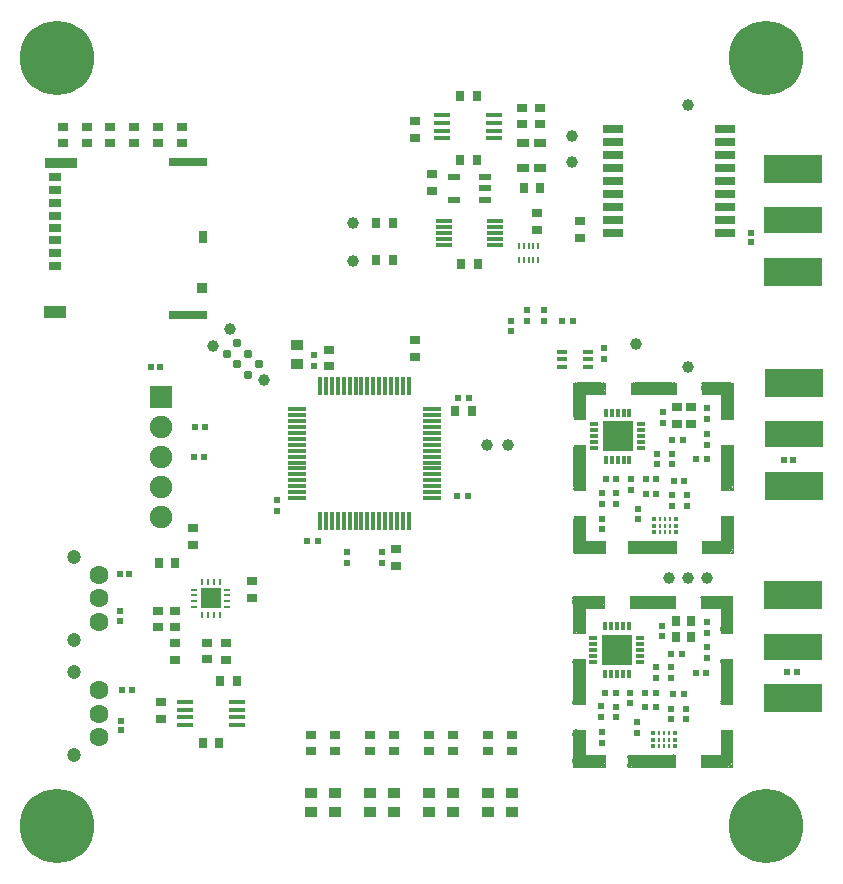
<source format=gts>
G04 #@! TF.GenerationSoftware,KiCad,Pcbnew,no-vcs-found-feba091~58~ubuntu16.04.1*
G04 #@! TF.CreationDate,2017-06-30T15:09:59+01:00*
G04 #@! TF.ProjectId,TOAD,544F41442E6B696361645F7063620000,rev?*
G04 #@! TF.FileFunction,Soldermask,Top*
G04 #@! TF.FilePolarity,Negative*
%FSLAX46Y46*%
G04 Gerber Fmt 4.6, Leading zero omitted, Abs format (unit mm)*
G04 Created by KiCad (PCBNEW no-vcs-found-feba091~58~ubuntu16.04.1) date Fri Jun 30 15:09:59 2017*
%MOMM*%
%LPD*%
G01*
G04 APERTURE LIST*
%ADD10C,0.100000*%
%ADD11C,1.000000*%
%ADD12C,0.150000*%
%ADD13R,0.620000X0.620000*%
%ADD14R,1.800000X0.700000*%
%ADD15R,0.900000X0.750000*%
%ADD16R,0.750000X0.900000*%
%ADD17R,1.000000X0.950000*%
%ADD18R,0.520000X0.520000*%
%ADD19R,0.300000X1.500000*%
%ADD20R,1.500000X0.300000*%
%ADD21R,2.602000X2.602000*%
%ADD22R,0.750000X0.300000*%
%ADD23R,0.300000X0.750000*%
%ADD24R,0.950000X0.400000*%
%ADD25R,0.252000X0.301000*%
%ADD26R,0.300000X0.300000*%
%ADD27R,1.450000X0.450000*%
%ADD28R,1.702000X1.702000*%
%ADD29R,0.250000X0.600000*%
%ADD30R,0.600000X0.250000*%
%ADD31R,1.100000X0.600000*%
%ADD32R,1.450000X0.300000*%
%ADD33R,0.200000X0.600000*%
%ADD34R,1.900000X1.900000*%
%ADD35C,1.900000*%
%ADD36C,1.600000*%
%ADD37C,1.200000*%
%ADD38R,5.000000X2.400000*%
%ADD39R,5.000000X2.300000*%
%ADD40C,1.000000*%
%ADD41C,0.787000*%
%ADD42R,1.100000X0.700000*%
%ADD43R,1.830000X1.140000*%
%ADD44R,2.800000X0.860000*%
%ADD45R,3.330000X0.700000*%
%ADD46R,0.930000X0.900000*%
%ADD47R,0.780000X1.050000*%
%ADD48C,0.600000*%
%ADD49C,6.300000*%
%ADD50R,1.000000X0.800000*%
G04 APERTURE END LIST*
D10*
X117154228Y-105548650D02*
X117154228Y-108678650D01*
X117154228Y-108678650D02*
X116154228Y-108678650D01*
X116154228Y-108678650D02*
X116154228Y-105548650D01*
X116154228Y-105548650D02*
X117154228Y-105548650D01*
X117154228Y-110878650D02*
X116154228Y-110878650D01*
X117154228Y-114678650D02*
X116154228Y-114678650D01*
X117154228Y-116878650D02*
X116154228Y-116878650D01*
X117154228Y-120008650D02*
X114494228Y-120008650D01*
X117154228Y-120008650D02*
X117154228Y-116878650D01*
X116154228Y-116878650D02*
X116154228Y-117358650D01*
X116154228Y-117358650D02*
X116154228Y-119348650D01*
X116154228Y-119348650D02*
X116154228Y-119488650D01*
X116154228Y-119488650D02*
X116154228Y-119698650D01*
X116154228Y-119698650D02*
X116154228Y-120008650D01*
X116154228Y-114678650D02*
X116154228Y-114028650D01*
X116154228Y-114028650D02*
X116154228Y-113698650D01*
X116154228Y-113698650D02*
X116154228Y-113198650D01*
X116154228Y-113198650D02*
X116154228Y-112848650D01*
X116154228Y-112848650D02*
X116154228Y-112398650D01*
X116154228Y-112398650D02*
X116154228Y-111818650D01*
X116154228Y-111818650D02*
X116154228Y-111278650D01*
X116154228Y-111278650D02*
X116154228Y-110878650D01*
X117154228Y-110878650D02*
X117154228Y-110988650D01*
X117154228Y-110988650D02*
X117154228Y-111158650D01*
X117154228Y-111158650D02*
X117154228Y-111458650D01*
X117154228Y-111458650D02*
X117154228Y-112468650D01*
X117154228Y-112468650D02*
X117154228Y-113338650D01*
X117154228Y-113338650D02*
X117154228Y-113538650D01*
X117154228Y-113538650D02*
X117154228Y-114128650D01*
X117154228Y-114128650D02*
X117154228Y-114678650D01*
X114494228Y-105548650D02*
X114494228Y-106548650D01*
X114494228Y-106548650D02*
X117154228Y-106548650D01*
X117154228Y-106548650D02*
X117154228Y-105548650D01*
X117154228Y-105548650D02*
X114494228Y-105548650D01*
X112294228Y-106548650D02*
X112294228Y-105548650D01*
X108494228Y-106548650D02*
X108494228Y-105548650D01*
X106294228Y-106548650D02*
X106294228Y-105548650D01*
X103644228Y-106548650D02*
X103644228Y-105548650D01*
X103644228Y-105548650D02*
X106294228Y-105548650D01*
X106294228Y-106548650D02*
X103644228Y-106548650D01*
X108494228Y-106548650D02*
X112294228Y-106548650D01*
X112294228Y-105548650D02*
X108494228Y-105548650D01*
X114494228Y-120008650D02*
X114494228Y-119008650D01*
X114494228Y-119008650D02*
X116154228Y-119008650D01*
X112294228Y-120008650D02*
X108294228Y-120008650D01*
X108294228Y-120008650D02*
X108294228Y-119008650D01*
X108294228Y-119008650D02*
X112294228Y-119008650D01*
X112294228Y-119008650D02*
X112294228Y-120008650D01*
X103634228Y-105548650D02*
X103644228Y-108678650D01*
X103644228Y-108678650D02*
X104644228Y-108678650D01*
X104644228Y-108678650D02*
X104644228Y-106548650D01*
D11*
X116644228Y-119508650D02*
X115004228Y-119508650D01*
D10*
X114554228Y-119958650D02*
X114564228Y-119728650D01*
X114564228Y-119728650D02*
X114624228Y-119958650D01*
X114624228Y-119958650D02*
X114734228Y-119828650D01*
X114734228Y-119828650D02*
X114734228Y-119958650D01*
X114554228Y-119368650D02*
X114554228Y-119078650D01*
X114554228Y-119078650D02*
X114834228Y-119088650D01*
X114834228Y-119088650D02*
X114594228Y-119188650D01*
X117104228Y-119958650D02*
X117094228Y-119708650D01*
X117094228Y-119708650D02*
X117034228Y-119958650D01*
X117034228Y-119958650D02*
X116974228Y-119878650D01*
X116974228Y-119878650D02*
X116914228Y-119968650D01*
X116864228Y-119968650D02*
X116844228Y-119928650D01*
X117114228Y-119348650D02*
X117104228Y-118998650D01*
X117104228Y-118998650D02*
X116634228Y-118998650D01*
X116804228Y-119078650D02*
X117134228Y-119058650D01*
X117134228Y-119058650D02*
X116974228Y-119158650D01*
X116974228Y-119158650D02*
X117064228Y-119198650D01*
D11*
X116694228Y-119318650D02*
X116694228Y-117378650D01*
D10*
X116224228Y-117328650D02*
X116224228Y-116928650D01*
X116224228Y-116928650D02*
X116294228Y-117098650D01*
X116294228Y-117098650D02*
X116314228Y-116928650D01*
X116314228Y-116928650D02*
X116364228Y-117028650D01*
X116364228Y-117028650D02*
X116384228Y-116918650D01*
X116384228Y-116918650D02*
X116474228Y-116958650D01*
X116834228Y-116928650D02*
X117104228Y-116958650D01*
X117104228Y-116958650D02*
X117014228Y-117008650D01*
X117014228Y-117008650D02*
X117104228Y-117058650D01*
X104644228Y-110878650D02*
X104644228Y-112118650D01*
X104644228Y-112118650D02*
X104644228Y-112178650D01*
X104644228Y-112178650D02*
X104644228Y-112758650D01*
X104644228Y-112758650D02*
X104644228Y-113438650D01*
X104644228Y-113438650D02*
X104644228Y-114558650D01*
X104644228Y-114558650D02*
X104644228Y-114678650D01*
X104644228Y-114678650D02*
X103644228Y-114678650D01*
X103644228Y-114678650D02*
X103644228Y-110878650D01*
X104644228Y-110878650D02*
X103644228Y-110878650D01*
X104644228Y-116878650D02*
X104644228Y-119008650D01*
X104644228Y-119008650D02*
X106344228Y-119008650D01*
X106344228Y-119008650D02*
X106344228Y-120008650D01*
X106344228Y-120008650D02*
X105804228Y-120008650D01*
X105804228Y-120008650D02*
X104074228Y-120008650D01*
X104074228Y-120008650D02*
X103644228Y-120008650D01*
X103644228Y-120008650D02*
X103644228Y-116878650D01*
X103644228Y-116878650D02*
X104644228Y-116878650D01*
D11*
X116664228Y-114178650D02*
X116664228Y-111378650D01*
X116664228Y-108188650D02*
X116674228Y-106048650D01*
X116674228Y-106048650D02*
X114984228Y-106048650D01*
X111824228Y-106028650D02*
X109004228Y-106028650D01*
X105814228Y-106048650D02*
X104104228Y-106038650D01*
X104154228Y-106028650D02*
X104144228Y-108198650D01*
X104134228Y-111398650D02*
X104134228Y-114188650D01*
X104144228Y-117398650D02*
X104134228Y-119528650D01*
X104124228Y-119518650D02*
X105854228Y-119528650D01*
X111844228Y-119528650D02*
X108794228Y-119508650D01*
D12*
X117094228Y-114638650D02*
X117084228Y-114448650D01*
X117084228Y-114448650D02*
X116964228Y-114628650D01*
X116964228Y-114628650D02*
X116894228Y-114628650D01*
X116454228Y-114638650D02*
X116204228Y-114618650D01*
X116204228Y-114618650D02*
X116324228Y-114548650D01*
X116324228Y-114548650D02*
X116194228Y-114438650D01*
X116184228Y-110928650D02*
X116444228Y-110938650D01*
X116444228Y-110938650D02*
X116224228Y-111028650D01*
X116224228Y-111028650D02*
X116224228Y-111178650D01*
X116824228Y-110938650D02*
X117124228Y-110928650D01*
X117124228Y-110928650D02*
X117094228Y-111118650D01*
X117094228Y-111118650D02*
X117044228Y-110998650D01*
X117094228Y-108408650D02*
X117084228Y-108598650D01*
X117084228Y-108598650D02*
X116934228Y-108608650D01*
X116934228Y-108608650D02*
X116244228Y-108618650D01*
X116244228Y-108618650D02*
X116224228Y-108368650D01*
X116224228Y-108368650D02*
X117084228Y-105748650D01*
X117084228Y-105748650D02*
X117084228Y-105648650D01*
X117084228Y-105648650D02*
X116904228Y-105618650D01*
X116904228Y-105618650D02*
X114534228Y-105618650D01*
X114534228Y-105618650D02*
X114564228Y-105768650D01*
X114564228Y-105768650D02*
X114614228Y-105728650D01*
X114614228Y-105728650D02*
X114594228Y-106488650D01*
X114594228Y-106488650D02*
X114754228Y-106468650D01*
X112024228Y-105618650D02*
X112254228Y-105608650D01*
X112254228Y-105608650D02*
X112214228Y-106478650D01*
X112214228Y-106478650D02*
X112014228Y-106478650D01*
X112014228Y-106478650D02*
X111534228Y-106298650D01*
X108914228Y-106498650D02*
X108554228Y-106488650D01*
X108554228Y-106488650D02*
X108554228Y-106238650D01*
X108554228Y-106238650D02*
X108664228Y-106438650D01*
X108654228Y-106418650D02*
X108564228Y-105638650D01*
X108564228Y-105638650D02*
X108774228Y-105608650D01*
X106234228Y-106278650D02*
X106224228Y-106488650D01*
X106224228Y-106488650D02*
X106054228Y-106468650D01*
X106244228Y-105838650D02*
X106214228Y-105618650D01*
X106214228Y-105618650D02*
X106044228Y-105638650D01*
X103924228Y-105638650D02*
X103734228Y-105628650D01*
X103734228Y-105628650D02*
X103704228Y-105728650D01*
X103724228Y-108338650D02*
X103734228Y-108628650D01*
X103734228Y-108628650D02*
X103854228Y-108608650D01*
X104574228Y-108348650D02*
X104584228Y-108628650D01*
X104584228Y-108628650D02*
X104364228Y-108568650D01*
X103704228Y-111168650D02*
X103734228Y-110928650D01*
X103734228Y-110928650D02*
X103824228Y-110988650D01*
X103824228Y-110988650D02*
X103904228Y-110968650D01*
X104244228Y-110938650D02*
X104564228Y-110938650D01*
X104564228Y-110938650D02*
X104584228Y-111178650D01*
X104584228Y-111178650D02*
X104434228Y-110958650D01*
X104434228Y-110958650D02*
X104434228Y-110988650D01*
X104594228Y-114368650D02*
X104584228Y-114618650D01*
X104584228Y-114618650D02*
X104414228Y-114648650D01*
X104414228Y-114648650D02*
X104524228Y-114518650D01*
X104024228Y-114608650D02*
X103704228Y-114588650D01*
X103704228Y-114588650D02*
X103704228Y-114478650D01*
X103704228Y-117288650D02*
X103734228Y-116948650D01*
X103734228Y-116948650D02*
X103964228Y-116928650D01*
X103964228Y-116928650D02*
X103784228Y-117008650D01*
X103794228Y-117008650D02*
X104584228Y-116938650D01*
X104584228Y-116938650D02*
X104604228Y-117178650D01*
X104604228Y-117178650D02*
X104514228Y-117018650D01*
X103714228Y-119688650D02*
X103724228Y-119938650D01*
X103724228Y-119938650D02*
X103894228Y-119948650D01*
X105894228Y-119108650D02*
X106264228Y-119058650D01*
X106264228Y-119058650D02*
X106294228Y-119268650D01*
X106294228Y-119268650D02*
X106214228Y-119148650D01*
X106224228Y-119788650D02*
X106304228Y-119848650D01*
X106304228Y-119848650D02*
X106284228Y-119948650D01*
X106284228Y-119948650D02*
X106164228Y-119948650D01*
X106164228Y-119948650D02*
X106174228Y-119888650D01*
X108374228Y-119428650D02*
X108354228Y-119058650D01*
X108354228Y-119058650D02*
X108544228Y-119078650D01*
X108544228Y-119078650D02*
X108464228Y-119178650D01*
X108374228Y-119648650D02*
X108344228Y-119928650D01*
X108344228Y-119928650D02*
X108514228Y-119938650D01*
X108514228Y-119938650D02*
X108424228Y-119858650D01*
X112044228Y-119918650D02*
X112234228Y-119948650D01*
X112234228Y-119948650D02*
X112234228Y-119868650D01*
X112234228Y-119868650D02*
X112224228Y-119048650D01*
X112224228Y-119048650D02*
X112014228Y-119098650D01*
X112014228Y-119098650D02*
X111974228Y-119168650D01*
D10*
X117219228Y-87473650D02*
X117219228Y-90603650D01*
X117219228Y-90603650D02*
X116219228Y-90603650D01*
X116219228Y-90603650D02*
X116219228Y-87473650D01*
X116219228Y-87473650D02*
X117219228Y-87473650D01*
X117219228Y-92803650D02*
X116219228Y-92803650D01*
X117219228Y-96603650D02*
X116219228Y-96603650D01*
X117219228Y-98803650D02*
X116219228Y-98803650D01*
X117219228Y-101933650D02*
X114559228Y-101933650D01*
X117219228Y-101933650D02*
X117219228Y-98803650D01*
X116219228Y-98803650D02*
X116219228Y-99283650D01*
X116219228Y-99283650D02*
X116219228Y-101273650D01*
X116219228Y-101273650D02*
X116219228Y-101413650D01*
X116219228Y-101413650D02*
X116219228Y-101623650D01*
X116219228Y-101623650D02*
X116219228Y-101933650D01*
X116219228Y-96603650D02*
X116219228Y-95953650D01*
X116219228Y-95953650D02*
X116219228Y-95623650D01*
X116219228Y-95623650D02*
X116219228Y-95123650D01*
X116219228Y-95123650D02*
X116219228Y-94773650D01*
X116219228Y-94773650D02*
X116219228Y-94323650D01*
X116219228Y-94323650D02*
X116219228Y-93743650D01*
X116219228Y-93743650D02*
X116219228Y-93203650D01*
X116219228Y-93203650D02*
X116219228Y-92803650D01*
X117219228Y-92803650D02*
X117219228Y-92913650D01*
X117219228Y-92913650D02*
X117219228Y-93083650D01*
X117219228Y-93083650D02*
X117219228Y-93383650D01*
X117219228Y-93383650D02*
X117219228Y-94393650D01*
X117219228Y-94393650D02*
X117219228Y-95263650D01*
X117219228Y-95263650D02*
X117219228Y-95463650D01*
X117219228Y-95463650D02*
X117219228Y-96053650D01*
X117219228Y-96053650D02*
X117219228Y-96603650D01*
X114559228Y-87473650D02*
X114559228Y-88473650D01*
X114559228Y-88473650D02*
X117219228Y-88473650D01*
X117219228Y-88473650D02*
X117219228Y-87473650D01*
X117219228Y-87473650D02*
X114559228Y-87473650D01*
X112359228Y-88473650D02*
X112359228Y-87473650D01*
X108559228Y-88473650D02*
X108559228Y-87473650D01*
X106359228Y-88473650D02*
X106359228Y-87473650D01*
X103709228Y-88473650D02*
X103709228Y-87473650D01*
X103709228Y-87473650D02*
X106359228Y-87473650D01*
X106359228Y-88473650D02*
X103709228Y-88473650D01*
X108559228Y-88473650D02*
X112359228Y-88473650D01*
X112359228Y-87473650D02*
X108559228Y-87473650D01*
X114559228Y-101933650D02*
X114559228Y-100933650D01*
X114559228Y-100933650D02*
X116219228Y-100933650D01*
X112359228Y-101933650D02*
X108359228Y-101933650D01*
X108359228Y-101933650D02*
X108359228Y-100933650D01*
X108359228Y-100933650D02*
X112359228Y-100933650D01*
X112359228Y-100933650D02*
X112359228Y-101933650D01*
X103699228Y-87473650D02*
X103709228Y-90603650D01*
X103709228Y-90603650D02*
X104709228Y-90603650D01*
X104709228Y-90603650D02*
X104709228Y-88473650D01*
D11*
X116709228Y-101433650D02*
X115069228Y-101433650D01*
D10*
X114619228Y-101883650D02*
X114629228Y-101653650D01*
X114629228Y-101653650D02*
X114689228Y-101883650D01*
X114689228Y-101883650D02*
X114799228Y-101753650D01*
X114799228Y-101753650D02*
X114799228Y-101883650D01*
X114619228Y-101293650D02*
X114619228Y-101003650D01*
X114619228Y-101003650D02*
X114899228Y-101013650D01*
X114899228Y-101013650D02*
X114659228Y-101113650D01*
X117169228Y-101883650D02*
X117159228Y-101633650D01*
X117159228Y-101633650D02*
X117099228Y-101883650D01*
X117099228Y-101883650D02*
X117039228Y-101803650D01*
X117039228Y-101803650D02*
X116979228Y-101893650D01*
X116929228Y-101893650D02*
X116909228Y-101853650D01*
X117179228Y-101273650D02*
X117169228Y-100923650D01*
X117169228Y-100923650D02*
X116699228Y-100923650D01*
X116869228Y-101003650D02*
X117199228Y-100983650D01*
X117199228Y-100983650D02*
X117039228Y-101083650D01*
X117039228Y-101083650D02*
X117129228Y-101123650D01*
D11*
X116759228Y-101243650D02*
X116759228Y-99303650D01*
D10*
X116289228Y-99253650D02*
X116289228Y-98853650D01*
X116289228Y-98853650D02*
X116359228Y-99023650D01*
X116359228Y-99023650D02*
X116379228Y-98853650D01*
X116379228Y-98853650D02*
X116429228Y-98953650D01*
X116429228Y-98953650D02*
X116449228Y-98843650D01*
X116449228Y-98843650D02*
X116539228Y-98883650D01*
X116899228Y-98853650D02*
X117169228Y-98883650D01*
X117169228Y-98883650D02*
X117079228Y-98933650D01*
X117079228Y-98933650D02*
X117169228Y-98983650D01*
X104709228Y-92803650D02*
X104709228Y-94043650D01*
X104709228Y-94043650D02*
X104709228Y-94103650D01*
X104709228Y-94103650D02*
X104709228Y-94683650D01*
X104709228Y-94683650D02*
X104709228Y-95363650D01*
X104709228Y-95363650D02*
X104709228Y-96483650D01*
X104709228Y-96483650D02*
X104709228Y-96603650D01*
X104709228Y-96603650D02*
X103709228Y-96603650D01*
X103709228Y-96603650D02*
X103709228Y-92803650D01*
X104709228Y-92803650D02*
X103709228Y-92803650D01*
X104709228Y-98803650D02*
X104709228Y-100933650D01*
X104709228Y-100933650D02*
X106409228Y-100933650D01*
X106409228Y-100933650D02*
X106409228Y-101933650D01*
X106409228Y-101933650D02*
X105869228Y-101933650D01*
X105869228Y-101933650D02*
X104139228Y-101933650D01*
X104139228Y-101933650D02*
X103709228Y-101933650D01*
X103709228Y-101933650D02*
X103709228Y-98803650D01*
X103709228Y-98803650D02*
X104709228Y-98803650D01*
D11*
X116729228Y-96103650D02*
X116729228Y-93303650D01*
X116729228Y-90113650D02*
X116739228Y-87973650D01*
X116739228Y-87973650D02*
X115049228Y-87973650D01*
X111889228Y-87953650D02*
X109069228Y-87953650D01*
X105879228Y-87973650D02*
X104169228Y-87963650D01*
X104219228Y-87953650D02*
X104209228Y-90123650D01*
X104199228Y-93323650D02*
X104199228Y-96113650D01*
X104209228Y-99323650D02*
X104199228Y-101453650D01*
X104189228Y-101443650D02*
X105919228Y-101453650D01*
X111909228Y-101453650D02*
X108859228Y-101433650D01*
D12*
X117159228Y-96563650D02*
X117149228Y-96373650D01*
X117149228Y-96373650D02*
X117029228Y-96553650D01*
X117029228Y-96553650D02*
X116959228Y-96553650D01*
X116519228Y-96563650D02*
X116269228Y-96543650D01*
X116269228Y-96543650D02*
X116389228Y-96473650D01*
X116389228Y-96473650D02*
X116259228Y-96363650D01*
X116249228Y-92853650D02*
X116509228Y-92863650D01*
X116509228Y-92863650D02*
X116289228Y-92953650D01*
X116289228Y-92953650D02*
X116289228Y-93103650D01*
X116889228Y-92863650D02*
X117189228Y-92853650D01*
X117189228Y-92853650D02*
X117159228Y-93043650D01*
X117159228Y-93043650D02*
X117109228Y-92923650D01*
X117159228Y-90333650D02*
X117149228Y-90523650D01*
X117149228Y-90523650D02*
X116999228Y-90533650D01*
X116999228Y-90533650D02*
X116309228Y-90543650D01*
X116309228Y-90543650D02*
X116289228Y-90293650D01*
X116289228Y-90293650D02*
X117149228Y-87673650D01*
X117149228Y-87673650D02*
X117149228Y-87573650D01*
X117149228Y-87573650D02*
X116969228Y-87543650D01*
X116969228Y-87543650D02*
X114599228Y-87543650D01*
X114599228Y-87543650D02*
X114629228Y-87693650D01*
X114629228Y-87693650D02*
X114679228Y-87653650D01*
X114679228Y-87653650D02*
X114659228Y-88413650D01*
X114659228Y-88413650D02*
X114819228Y-88393650D01*
X112089228Y-87543650D02*
X112319228Y-87533650D01*
X112319228Y-87533650D02*
X112279228Y-88403650D01*
X112279228Y-88403650D02*
X112079228Y-88403650D01*
X112079228Y-88403650D02*
X111599228Y-88223650D01*
X108979228Y-88423650D02*
X108619228Y-88413650D01*
X108619228Y-88413650D02*
X108619228Y-88163650D01*
X108619228Y-88163650D02*
X108729228Y-88363650D01*
X108719228Y-88343650D02*
X108629228Y-87563650D01*
X108629228Y-87563650D02*
X108839228Y-87533650D01*
X106299228Y-88203650D02*
X106289228Y-88413650D01*
X106289228Y-88413650D02*
X106119228Y-88393650D01*
X106309228Y-87763650D02*
X106279228Y-87543650D01*
X106279228Y-87543650D02*
X106109228Y-87563650D01*
X103989228Y-87563650D02*
X103799228Y-87553650D01*
X103799228Y-87553650D02*
X103769228Y-87653650D01*
X103789228Y-90263650D02*
X103799228Y-90553650D01*
X103799228Y-90553650D02*
X103919228Y-90533650D01*
X104639228Y-90273650D02*
X104649228Y-90553650D01*
X104649228Y-90553650D02*
X104429228Y-90493650D01*
X103769228Y-93093650D02*
X103799228Y-92853650D01*
X103799228Y-92853650D02*
X103889228Y-92913650D01*
X103889228Y-92913650D02*
X103969228Y-92893650D01*
X104309228Y-92863650D02*
X104629228Y-92863650D01*
X104629228Y-92863650D02*
X104649228Y-93103650D01*
X104649228Y-93103650D02*
X104499228Y-92883650D01*
X104499228Y-92883650D02*
X104499228Y-92913650D01*
X104659228Y-96293650D02*
X104649228Y-96543650D01*
X104649228Y-96543650D02*
X104479228Y-96573650D01*
X104479228Y-96573650D02*
X104589228Y-96443650D01*
X104089228Y-96533650D02*
X103769228Y-96513650D01*
X103769228Y-96513650D02*
X103769228Y-96403650D01*
X103769228Y-99213650D02*
X103799228Y-98873650D01*
X103799228Y-98873650D02*
X104029228Y-98853650D01*
X104029228Y-98853650D02*
X103849228Y-98933650D01*
X103859228Y-98933650D02*
X104649228Y-98863650D01*
X104649228Y-98863650D02*
X104669228Y-99103650D01*
X104669228Y-99103650D02*
X104579228Y-98943650D01*
X103779228Y-101613650D02*
X103789228Y-101863650D01*
X103789228Y-101863650D02*
X103959228Y-101873650D01*
X105959228Y-101033650D02*
X106329228Y-100983650D01*
X106329228Y-100983650D02*
X106359228Y-101193650D01*
X106359228Y-101193650D02*
X106279228Y-101073650D01*
X106289228Y-101713650D02*
X106369228Y-101773650D01*
X106369228Y-101773650D02*
X106349228Y-101873650D01*
X106349228Y-101873650D02*
X106229228Y-101873650D01*
X106229228Y-101873650D02*
X106239228Y-101813650D01*
X108439228Y-101353650D02*
X108419228Y-100983650D01*
X108419228Y-100983650D02*
X108609228Y-101003650D01*
X108609228Y-101003650D02*
X108529228Y-101103650D01*
X108439228Y-101573650D02*
X108409228Y-101853650D01*
X108409228Y-101853650D02*
X108579228Y-101863650D01*
X108579228Y-101863650D02*
X108489228Y-101783650D01*
X112109228Y-101843650D02*
X112299228Y-101873650D01*
X112299228Y-101873650D02*
X112299228Y-101793650D01*
X112299228Y-101793650D02*
X112289228Y-100973650D01*
X112289228Y-100973650D02*
X112079228Y-101023650D01*
X112079228Y-101023650D02*
X112039228Y-101093650D01*
D13*
X106300000Y-85450000D03*
X106300000Y-84550000D03*
D14*
X107050000Y-66000000D03*
X107050000Y-67100000D03*
X107050000Y-68200000D03*
X107050000Y-69300000D03*
X107050000Y-70400000D03*
X107050000Y-71500000D03*
X107050000Y-72600000D03*
X107050000Y-73700000D03*
X107050000Y-74800000D03*
X116550000Y-74800000D03*
X116550000Y-73700000D03*
X116550000Y-72600000D03*
X116550000Y-71500000D03*
X116550000Y-70400000D03*
X116550000Y-69300000D03*
X116550000Y-68200000D03*
X116550000Y-67100000D03*
X116550000Y-66000000D03*
D15*
X112444228Y-90973650D03*
X112444228Y-89573650D03*
D13*
X111244228Y-89973650D03*
X111244228Y-90873650D03*
X112944228Y-92348650D03*
X112044228Y-92348650D03*
X87500000Y-102750000D03*
X87500000Y-101850000D03*
D15*
X113694228Y-89573650D03*
X113694228Y-90973650D03*
D13*
X112044228Y-93498650D03*
X112044228Y-94398650D03*
X84500000Y-101850000D03*
X84500000Y-102750000D03*
X93950000Y-88800000D03*
X94850000Y-88800000D03*
X81700000Y-85150000D03*
X81700000Y-86050000D03*
D16*
X93700000Y-89900000D03*
X95100000Y-89900000D03*
D15*
X83000000Y-86100000D03*
X83000000Y-84700000D03*
D13*
X78600000Y-97450000D03*
X78600000Y-98350000D03*
X94750000Y-97100000D03*
X93850000Y-97100000D03*
X82050000Y-100900000D03*
X81150000Y-100900000D03*
D17*
X80300000Y-85900000D03*
X80300000Y-84300000D03*
D15*
X88700000Y-101600000D03*
X88700000Y-103000000D03*
D13*
X107344228Y-97748650D03*
X107344228Y-96848650D03*
X110794228Y-94398650D03*
X110794228Y-93498650D03*
X108569228Y-95648650D03*
X108569228Y-96548650D03*
X106144228Y-99898650D03*
X106144228Y-98998650D03*
D15*
X104250000Y-75200000D03*
X104250000Y-73800000D03*
D13*
X113094228Y-95798650D03*
X112194228Y-95798650D03*
X113294228Y-97923650D03*
X113294228Y-97023650D03*
D15*
X90302433Y-66736615D03*
X90302433Y-65336615D03*
D13*
X114119228Y-93973650D03*
X115019228Y-93973650D03*
D16*
X94102433Y-63236615D03*
X95502433Y-63236615D03*
D13*
X115044228Y-89673650D03*
X115044228Y-90573650D03*
D15*
X99330971Y-65605153D03*
X99330971Y-64205153D03*
X100830971Y-64205153D03*
X100830971Y-65605153D03*
D16*
X112379228Y-109048650D03*
X112379228Y-107648650D03*
D13*
X111179228Y-108948650D03*
X111179228Y-108048650D03*
X112879228Y-110423650D03*
X111979228Y-110423650D03*
D15*
X70600000Y-67200000D03*
X70600000Y-65800000D03*
D16*
X113629228Y-109048650D03*
X113629228Y-107648650D03*
D13*
X111979228Y-112473650D03*
X111979228Y-111573650D03*
D15*
X76500000Y-105700000D03*
X76500000Y-104300000D03*
D16*
X95500000Y-68600000D03*
X94100000Y-68600000D03*
X100900971Y-71035153D03*
X99500971Y-71035153D03*
X75200000Y-112750000D03*
X73800000Y-112750000D03*
D15*
X71500000Y-101200000D03*
X71500000Y-99800000D03*
D16*
X95600971Y-77435153D03*
X94200971Y-77435153D03*
D15*
X68500000Y-106800000D03*
X68500000Y-108200000D03*
D16*
X72300000Y-118000000D03*
X73700000Y-118000000D03*
D15*
X68750000Y-115950000D03*
X68750000Y-114550000D03*
D13*
X107279228Y-115823650D03*
X107279228Y-114923650D03*
X110729228Y-112473650D03*
X110729228Y-111573650D03*
X108504228Y-114623650D03*
X108504228Y-113723650D03*
X106079228Y-117973650D03*
X106079228Y-117073650D03*
X113029228Y-113873650D03*
X112129228Y-113873650D03*
X113229228Y-115998650D03*
X113229228Y-115098650D03*
X114054228Y-112048650D03*
X114954228Y-112048650D03*
D15*
X100600971Y-74535153D03*
X100600971Y-73135153D03*
D13*
X114979228Y-108648650D03*
X114979228Y-107748650D03*
D18*
X122300000Y-94000000D03*
X121500000Y-94000000D03*
X67900000Y-86200000D03*
X68700000Y-86200000D03*
X71700000Y-91200000D03*
X72500000Y-91200000D03*
X72400000Y-93800000D03*
X71600000Y-93800000D03*
X65300000Y-107650000D03*
X65300000Y-106850000D03*
X65500000Y-113500000D03*
X66300000Y-113500000D03*
X66100000Y-103700000D03*
X65300000Y-103700000D03*
D17*
X86500000Y-122200000D03*
X86500000Y-123800000D03*
X88500000Y-123800000D03*
X88500000Y-122200000D03*
X91500000Y-122200000D03*
X91500000Y-123800000D03*
X93500000Y-123800000D03*
X93500000Y-122200000D03*
X96500000Y-123800000D03*
X96500000Y-122200000D03*
X98500000Y-123800000D03*
X98500000Y-122200000D03*
X81500000Y-122200000D03*
X81500000Y-123800000D03*
D18*
X122600000Y-112000000D03*
X121800000Y-112000000D03*
D17*
X83500000Y-122200000D03*
X83500000Y-123800000D03*
D19*
X82250000Y-99200000D03*
X82750000Y-99200000D03*
X83250000Y-99200000D03*
X83750000Y-99200000D03*
X84250000Y-99200000D03*
X84750000Y-99200000D03*
X85250000Y-99200000D03*
X85750000Y-99200000D03*
X86250000Y-99200000D03*
X86750000Y-99200000D03*
X87250000Y-99200000D03*
X87750000Y-99200000D03*
X88250000Y-99200000D03*
X88750000Y-99200000D03*
X89250000Y-99200000D03*
X89750000Y-99200000D03*
D20*
X91700000Y-97250000D03*
X91700000Y-96750000D03*
X91700000Y-96250000D03*
X91700000Y-95750000D03*
X91700000Y-95250000D03*
X91700000Y-94750000D03*
X91700000Y-94250000D03*
X91700000Y-93750000D03*
X91700000Y-93250000D03*
X91700000Y-92750000D03*
X91700000Y-92250000D03*
X91700000Y-91750000D03*
X91700000Y-91250000D03*
X91700000Y-90750000D03*
X91700000Y-90250000D03*
X91700000Y-89750000D03*
D19*
X89750000Y-87800000D03*
X89250000Y-87800000D03*
X88750000Y-87800000D03*
X88250000Y-87800000D03*
X87750000Y-87800000D03*
X87250000Y-87800000D03*
X86750000Y-87800000D03*
X86250000Y-87800000D03*
X85750000Y-87800000D03*
X85250000Y-87800000D03*
X84750000Y-87800000D03*
X84250000Y-87800000D03*
X83750000Y-87800000D03*
X83250000Y-87800000D03*
X82750000Y-87800000D03*
X82250000Y-87800000D03*
D20*
X80300000Y-89750000D03*
X80300000Y-90250000D03*
X80300000Y-90750000D03*
X80300000Y-91250000D03*
X80300000Y-91750000D03*
X80300000Y-92250000D03*
X80300000Y-92750000D03*
X80300000Y-93250000D03*
X80300000Y-93750000D03*
X80300000Y-94250000D03*
X80300000Y-94750000D03*
X80300000Y-95250000D03*
X80300000Y-95750000D03*
X80300000Y-96250000D03*
X80300000Y-96750000D03*
X80300000Y-97250000D03*
D21*
X107444228Y-92023650D03*
D22*
X105444228Y-93023650D03*
X105444228Y-92523650D03*
X105444228Y-92023650D03*
X105444228Y-91523650D03*
X105444228Y-91023650D03*
D23*
X106444228Y-90023650D03*
X106944228Y-90023650D03*
X107444228Y-90023650D03*
X107944228Y-90023650D03*
X108444228Y-90023650D03*
D22*
X109444228Y-91023650D03*
X109444228Y-91523650D03*
X109444228Y-92023650D03*
X109444228Y-92523650D03*
X109444228Y-93023650D03*
D23*
X108444228Y-94023650D03*
X107944228Y-94023650D03*
X107444228Y-94023650D03*
X106944228Y-94023650D03*
X106444228Y-94023650D03*
D24*
X102700000Y-84850000D03*
X102700000Y-85500000D03*
X102700000Y-86150000D03*
X104900000Y-86150000D03*
X104900000Y-85500000D03*
X104900000Y-84850000D03*
D25*
X111894228Y-100149000D03*
X111894228Y-99600000D03*
X111894228Y-99051000D03*
X111469228Y-100149000D03*
X111469228Y-99600000D03*
X111469228Y-99051000D03*
X111044228Y-100149000D03*
X111044228Y-99600000D03*
X111044228Y-99051000D03*
D26*
X112419228Y-99050000D03*
X112419228Y-99600000D03*
X112419228Y-100150000D03*
X110519228Y-100150000D03*
X110519228Y-99600000D03*
X110519228Y-99050000D03*
D27*
X97002433Y-66811615D03*
X97002433Y-66161615D03*
X97002433Y-65511615D03*
X97002433Y-64861615D03*
X92602433Y-64861615D03*
X92602433Y-65511615D03*
X92602433Y-66161615D03*
X92602433Y-66811615D03*
D28*
X73000000Y-105750000D03*
D29*
X72250000Y-104350000D03*
X72750000Y-104350000D03*
X73250000Y-104350000D03*
X73750000Y-104350000D03*
D30*
X74400000Y-105000000D03*
X74400000Y-105500000D03*
X74400000Y-106000000D03*
X74400000Y-106500000D03*
D29*
X73750000Y-107150000D03*
X73250000Y-107150000D03*
X72750000Y-107150000D03*
X72250000Y-107150000D03*
D30*
X71600000Y-106500000D03*
X71600000Y-106000000D03*
X71600000Y-105500000D03*
X71600000Y-105000000D03*
D31*
X96200971Y-71985153D03*
X96200971Y-71035153D03*
X96200971Y-70085153D03*
X93600971Y-70085153D03*
X93600971Y-71985153D03*
D27*
X75200000Y-114525000D03*
X75200000Y-115175000D03*
X75200000Y-115825000D03*
X75200000Y-116475000D03*
X70800000Y-116475000D03*
X70800000Y-115825000D03*
X70800000Y-115175000D03*
X70800000Y-114525000D03*
D32*
X97100971Y-75835153D03*
X97100971Y-75335153D03*
X97100971Y-74835153D03*
X97100971Y-74335153D03*
X97100971Y-73835153D03*
X92700971Y-73835153D03*
X92700971Y-74335153D03*
X92700971Y-74835153D03*
X92700971Y-75335153D03*
X92700971Y-75835153D03*
D26*
X110425000Y-117150000D03*
X110425000Y-117700000D03*
X110425000Y-118250000D03*
X112325000Y-118250000D03*
X112325000Y-117700000D03*
X112325000Y-117150000D03*
D25*
X110950000Y-117151000D03*
X110950000Y-117700000D03*
X110950000Y-118249000D03*
X111375000Y-117151000D03*
X111375000Y-117700000D03*
X111375000Y-118249000D03*
X111800000Y-117151000D03*
X111800000Y-117700000D03*
X111800000Y-118249000D03*
D33*
X100700971Y-75935153D03*
X100300971Y-75935153D03*
X99900971Y-75935153D03*
X99500971Y-75935153D03*
X99100971Y-75935153D03*
X99100971Y-77135153D03*
X99500971Y-77135153D03*
X99900971Y-77135153D03*
X100300971Y-77135153D03*
X100700971Y-77135153D03*
D34*
X68750000Y-88670000D03*
D35*
X68750000Y-91210000D03*
X68750000Y-93750000D03*
X68750000Y-96290000D03*
X68750000Y-98830000D03*
D36*
X63500000Y-117500000D03*
X63500000Y-115500000D03*
X63500000Y-113500000D03*
D37*
X61400000Y-119000000D03*
X61400000Y-112000000D03*
X61400000Y-102250000D03*
X61400000Y-109250000D03*
D36*
X63500000Y-103750000D03*
X63500000Y-105750000D03*
X63500000Y-107750000D03*
D13*
X106444228Y-95648650D03*
X107344228Y-95648650D03*
X106119228Y-96823650D03*
X106119228Y-97723650D03*
X109819228Y-96873650D03*
X110719228Y-96873650D03*
X112044228Y-97923650D03*
X112044228Y-97023650D03*
X109200000Y-98150000D03*
X109200000Y-99050000D03*
X115019228Y-92723650D03*
X115019228Y-91823650D03*
X106379228Y-113723650D03*
X107279228Y-113723650D03*
X106054228Y-114898650D03*
X106054228Y-115798650D03*
X109754228Y-114948650D03*
X110654228Y-114948650D03*
X111979228Y-115098650D03*
X111979228Y-115998650D03*
X109100000Y-117150000D03*
X109100000Y-116250000D03*
X114985000Y-110800000D03*
X114985000Y-109900000D03*
D38*
X122300000Y-78125000D03*
X122300000Y-69375000D03*
D39*
X122300000Y-73750000D03*
D40*
X73189064Y-84418834D03*
X74625905Y-82981993D03*
X77499587Y-87292516D03*
D41*
X74356497Y-85047452D03*
X75254523Y-84149426D03*
X75254523Y-85945477D03*
X76152548Y-85047452D03*
X76152548Y-86843503D03*
X77050574Y-85945477D03*
D39*
X122344228Y-91848650D03*
D38*
X122344228Y-87473650D03*
X122344228Y-96223650D03*
D39*
X122325000Y-109840000D03*
D38*
X122325000Y-105465000D03*
X122325000Y-114215000D03*
D16*
X87000000Y-77100000D03*
X88400000Y-77100000D03*
X88400000Y-74000000D03*
X87000000Y-74000000D03*
D15*
X64500000Y-65800000D03*
X64500000Y-67200000D03*
X70000000Y-108200000D03*
X70000000Y-106800000D03*
X70000000Y-109550000D03*
X70000000Y-110950000D03*
X62500000Y-67200000D03*
X62500000Y-65800000D03*
X68500000Y-65800000D03*
X68500000Y-67200000D03*
X66500000Y-67200000D03*
X66500000Y-65800000D03*
D16*
X70000000Y-102750000D03*
X68600000Y-102750000D03*
D15*
X60500000Y-67200000D03*
X60500000Y-65800000D03*
X72700000Y-110900000D03*
X72700000Y-109500000D03*
X74250000Y-109550000D03*
X74250000Y-110950000D03*
X91700000Y-69850000D03*
X91700000Y-71250000D03*
X90300000Y-83900000D03*
X90300000Y-85300000D03*
X86500000Y-118700000D03*
X86500000Y-117300000D03*
X88500000Y-117300000D03*
X88500000Y-118700000D03*
X91500000Y-118700000D03*
X91500000Y-117300000D03*
X93500000Y-118700000D03*
X93500000Y-117300000D03*
X96500000Y-117300000D03*
X96500000Y-118700000D03*
X98500000Y-117300000D03*
X98500000Y-118700000D03*
X81500000Y-118700000D03*
X81500000Y-117300000D03*
X83500000Y-118700000D03*
X83500000Y-117300000D03*
D42*
X59800000Y-77650000D03*
X59800000Y-76550000D03*
X59800000Y-75450000D03*
X59800000Y-74350000D03*
X59800000Y-73350000D03*
X59800000Y-72250000D03*
X59800000Y-71150000D03*
X59800000Y-70050000D03*
D43*
X59815000Y-81530000D03*
D44*
X60300000Y-68870000D03*
D45*
X71065000Y-68790000D03*
X71065000Y-81750000D03*
D46*
X72265000Y-79440000D03*
D47*
X72340000Y-75175000D03*
D48*
X61800000Y-61800000D03*
X58200000Y-61800000D03*
X61800000Y-58200000D03*
X58200000Y-58200000D03*
X57500000Y-60000000D03*
X60000000Y-62500000D03*
X62500000Y-60000000D03*
X60000000Y-57500000D03*
D49*
X60000000Y-60000000D03*
X60000000Y-125000000D03*
D48*
X60000000Y-122500000D03*
X62500000Y-125000000D03*
X60000000Y-127500000D03*
X57500000Y-125000000D03*
X58200000Y-123200000D03*
X61800000Y-123200000D03*
X58200000Y-126800000D03*
X61800000Y-126800000D03*
D49*
X120000000Y-60000000D03*
D48*
X120000000Y-57500000D03*
X122500000Y-60000000D03*
X120000000Y-62500000D03*
X117500000Y-60000000D03*
X118200000Y-58200000D03*
X121800000Y-58200000D03*
X118200000Y-61800000D03*
X121800000Y-61800000D03*
X121800000Y-126800000D03*
X118200000Y-126800000D03*
X121800000Y-123200000D03*
X118200000Y-123200000D03*
X117500000Y-125000000D03*
X120000000Y-127500000D03*
X122500000Y-125000000D03*
X120000000Y-122500000D03*
D49*
X120000000Y-125000000D03*
D50*
X99430971Y-67205153D03*
X99430971Y-69305153D03*
X100830971Y-69305153D03*
X100830971Y-67205153D03*
D13*
X110719228Y-95648650D03*
X109819228Y-95648650D03*
X110654228Y-113723650D03*
X109754228Y-113723650D03*
D23*
X106365000Y-112120000D03*
X106865000Y-112120000D03*
X107365000Y-112120000D03*
X107865000Y-112120000D03*
X108365000Y-112120000D03*
D22*
X109365000Y-111120000D03*
X109365000Y-110620000D03*
X109365000Y-110120000D03*
X109365000Y-109620000D03*
X109365000Y-109120000D03*
D23*
X108365000Y-108120000D03*
X107865000Y-108120000D03*
X107365000Y-108120000D03*
X106865000Y-108120000D03*
X106365000Y-108120000D03*
D22*
X105365000Y-109120000D03*
X105365000Y-109620000D03*
X105365000Y-110120000D03*
X105365000Y-110620000D03*
X105365000Y-111120000D03*
D21*
X107365000Y-110120000D03*
D18*
X118700000Y-74800000D03*
X118700000Y-75600000D03*
X65400000Y-116100000D03*
X65400000Y-116900000D03*
D40*
X113400000Y-64000000D03*
X103600000Y-68800000D03*
X103600000Y-66600000D03*
X109000000Y-84200000D03*
X98200000Y-92800000D03*
X96400000Y-92800000D03*
X85000000Y-77200000D03*
X85000000Y-74000000D03*
X111800000Y-104000000D03*
X113400000Y-104000000D03*
X115000000Y-104000000D03*
X113400000Y-86200000D03*
D13*
X99800000Y-81350000D03*
X99800000Y-82250000D03*
X98400000Y-83150000D03*
X98400000Y-82250000D03*
X101200000Y-82250000D03*
X101200000Y-81350000D03*
X103650000Y-82250000D03*
X102750000Y-82250000D03*
M02*

</source>
